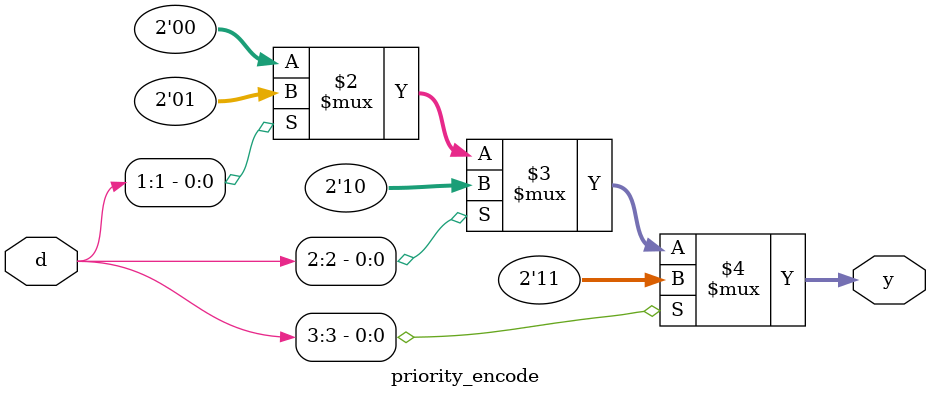
<source format=v>
module priority_encode(input [3:0]d, output [1:0]y);
assign y = d[3] ? 2'b11 :
           d[2] ? 2'b10 :
           d[1] ? 2'b01 :
           d[0] ? 2'b00 :
                  2'b00 ;
endmodule

</source>
